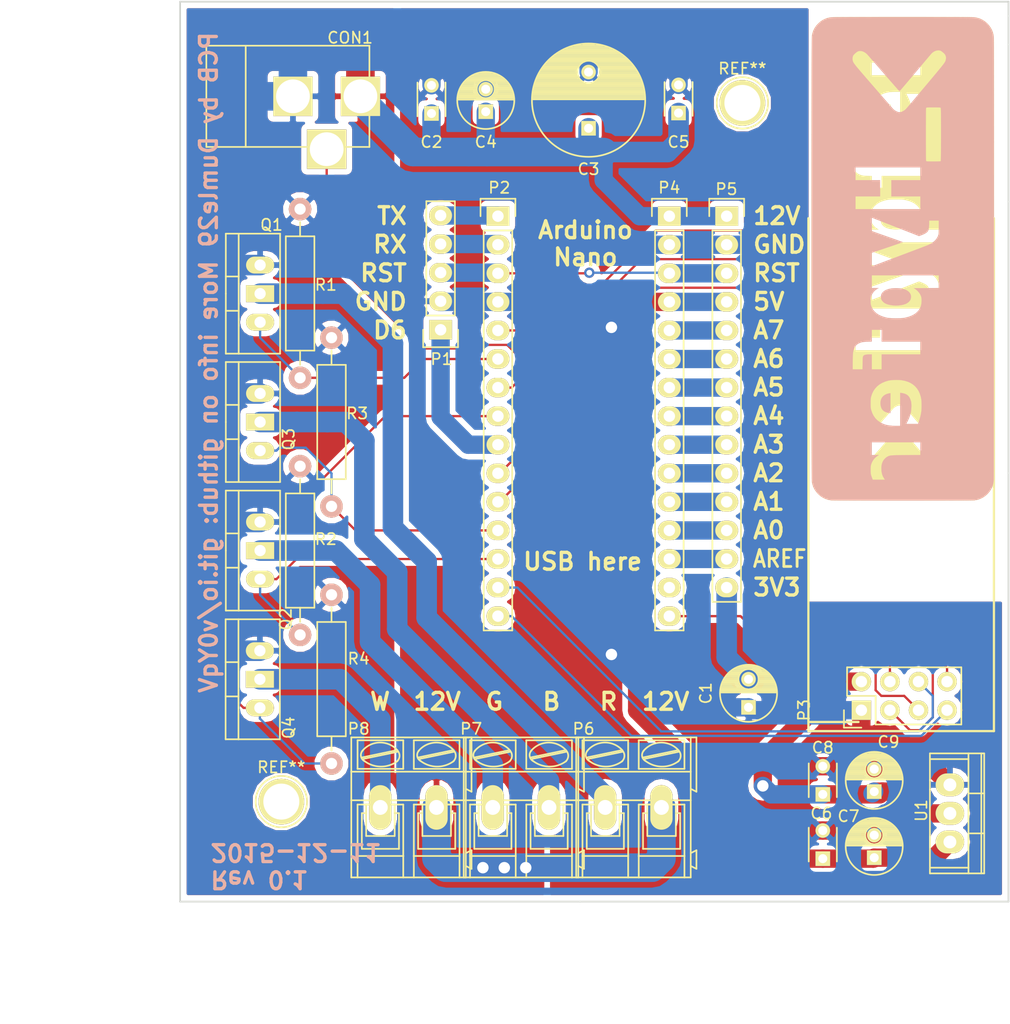
<source format=kicad_pcb>
(kicad_pcb (version 4) (host pcbnew 4.0.0-2.201512091501+6195~38~ubuntu15.04.1-stable)
  (title_block (title "RGB+W 12V LED strip controller") (date 2015-12-11) (rev 0.1) (comment 1 "PCB by Dumle29") (comment 2 "Circuit by Hypfer"))
  (layers (0 F.Cu signal) (31 B.Cu signal) (34 B.Paste user) (35 F.Paste user) (36 B.SilkS user) (37 F.SilkS user) (38 B.Mask user) (39 F.Mask user) (44 Edge.Cuts user))
  (net 0 "")
  (net 1 GND)
  (net 2 +3V3)
  (net 3 +12V)
  (net 4 JACK_SW)
  (net 5 /D6)
  (net 6 /RESET)
  (net 7 /RX)
  (net 8 /TX)
  (net 9 nRF_IRQ)
  (net 10 FET_R)
  (net 11 FET_W)
  (net 12 nRF_CE)
  (net 13 nRF_CSN)
  (net 14 FET_G)
  (net 15 FET_B)
  (net 16 MOSI)
  (net 17 MISO)
  (net 18 SCK)
  (net 19 +5V)
  (net 20 /ADC7)
  (net 21 /ADC6)
  (net 22 /ADC5)
  (net 23 /ADC4)
  (net 24 /ADC3)
  (net 25 /ADC2)
  (net 26 /ADC1)
  (net 27 /ADC0)
  (net 28 /AREF)
  (net 29 LED_R)
  (net 30 LED_B)
  (net 31 LED_G)
  (net 32 LED_W)
  (net 33 "Net-(P4-Pad14)")
  (module Connect:1pin (layer F.Cu) (at 159.22 58.53)
    (fp_text reference REF** (at 0 -3.048) (layer F.SilkS))
    (fp_text value 1pin)
    (pad 1 thru_hole circle (at 0 0) (size 4.064 4.064) (drill 3.2) (layers *.Cu *.Mask F.SilkS))
  )
  (module Pin_Headers:Pin_Header_Straight_2x04 (layer F.Cu) (at 169.799 112.522 90)
    (fp_text reference P3 (at 0 -5.1 90) (layer F.SilkS))
    (fp_text value CONN_02X04)
    (pad 1 thru_hole rect (at 0 0 90) (size 1.7272 1.7272) (drill 1.016) (layers *.Cu *.Mask F.SilkS) (net 1 GND))
    (pad 2 thru_hole oval (at 2.54 0 90) (size 1.7272 1.7272) (drill 1.016) (layers *.Cu *.Mask F.SilkS) (net 2 +3V3))
    (pad 3 thru_hole oval (at 0 2.54 90) (size 1.7272 1.7272) (drill 1.016) (layers *.Cu *.Mask F.SilkS) (net 12 nRF_CE))
    (pad 4 thru_hole oval (at 2.54 2.54 90) (size 1.7272 1.7272) (drill 1.016) (layers *.Cu *.Mask F.SilkS) (net 13 nRF_CSN))
    (pad 5 thru_hole oval (at 0 5.08 90) (size 1.7272 1.7272) (drill 1.016) (layers *.Cu *.Mask F.SilkS) (net 18 SCK))
    (pad 6 thru_hole oval (at 2.54 5.08 90) (size 1.7272 1.7272) (drill 1.016) (layers *.Cu *.Mask F.SilkS) (net 16 MOSI))
    (pad 7 thru_hole oval (at 0 7.62 90) (size 1.7272 1.7272) (drill 1.016) (layers *.Cu *.Mask F.SilkS) (net 17 MISO))
    (pad 8 thru_hole oval (at 2.54 7.62 90) (size 1.7272 1.7272) (drill 1.016) (layers *.Cu *.Mask F.SilkS) (net 9 nRF_IRQ))
  )
  (module Socket_Strips:Socket_Strip_Straight_1x15 (layer F.Cu) (at 137.483 68.6 270)
    (fp_text reference P2 (at -2.528 -0.1215 360) (layer F.SilkS))
    (fp_text value CONN_01X15 hide)
    (pad 1 thru_hole rect (at 0 0 270) (size 1.7272 2.032) (drill 1.016) (layers *.Cu *.Mask F.SilkS) (net 8 /TX))
    (pad 2 thru_hole oval (at 2.54 0 270) (size 1.7272 2.032) (drill 1.016) (layers *.Cu *.Mask F.SilkS) (net 7 /RX))
    (pad 3 thru_hole oval (at 5.08 0 270) (size 1.7272 2.032) (drill 1.016) (layers *.Cu *.Mask F.SilkS) (net 6 /RESET))
    (pad 4 thru_hole oval (at 7.62 0 270) (size 1.7272 2.032) (drill 1.016) (layers *.Cu *.Mask F.SilkS) (net 1 GND))
    (pad 5 thru_hole oval (at 10.16 0 270) (size 1.7272 2.032) (drill 1.016) (layers *.Cu *.Mask F.SilkS) (net 9 nRF_IRQ))
    (pad 6 thru_hole oval (at 12.7 0 270) (size 1.7272 2.032) (drill 1.016) (layers *.Cu *.Mask F.SilkS) (net 10 FET_R))
    (pad 7 thru_hole oval (at 15.24 0 270) (size 1.7272 2.032) (drill 1.016) (layers *.Cu *.Mask F.SilkS) (net 4 JACK_SW))
    (pad 8 thru_hole oval (at 17.78 0 270) (size 1.7272 2.032) (drill 1.016) (layers *.Cu *.Mask F.SilkS) (net 11 FET_W))
    (pad 9 thru_hole oval (at 20.32 0 270) (size 1.7272 2.032) (drill 1.016) (layers *.Cu *.Mask F.SilkS) (net 5 /D6))
    (pad 10 thru_hole oval (at 22.86 0 270) (size 1.7272 2.032) (drill 1.016) (layers *.Cu *.Mask F.SilkS) (net 12 nRF_CE))
    (pad 11 thru_hole oval (at 25.4 0 270) (size 1.7272 2.032) (drill 1.016) (layers *.Cu *.Mask F.SilkS) (net 13 nRF_CSN))
    (pad 12 thru_hole oval (at 27.94 0 270) (size 1.7272 2.032) (drill 1.016) (layers *.Cu *.Mask F.SilkS) (net 15 FET_B))
    (pad 13 thru_hole oval (at 30.48 0 270) (size 1.7272 2.032) (drill 1.016) (layers *.Cu *.Mask F.SilkS) (net 14 FET_G))
    (pad 14 thru_hole oval (at 33.02 0 270) (size 1.7272 2.032) (drill 1.016) (layers *.Cu *.Mask F.SilkS) (net 16 MOSI))
    (pad 15 thru_hole oval (at 35.56 0 270) (size 1.7272 2.032) (drill 1.016) (layers *.Cu *.Mask F.SilkS) (net 17 MISO))
  )
  (module Capacitors_ThroughHole:C_Radial_D5_L11_P2.5 (layer F.Cu) (at 159.766 112.268 90)
    (fp_text reference C1 (at 1.25 -3.8 90) (layer F.SilkS))
    (fp_text value 1uF)
    (pad 1 thru_hole rect (at 0 0 90) (size 1.3 1.3) (drill 0.8) (layers *.Cu *.Mask F.SilkS) (net 1 GND))
    (pad 2 thru_hole circle (at 2.5 0 90) (size 1.3 1.3) (drill 0.8) (layers *.Cu *.Mask F.SilkS) (net 2 +3V3))
  )
  (module Socket_Strips:Socket_Strip_Straight_1x05 (layer F.Cu) (at 132.383 78.7 90)
    (fp_text reference P1 (at -2.612 0.078 180) (layer F.SilkS))
    (fp_text value CONN_01X05 hide)
    (pad 1 thru_hole rect (at 0 0 90) (size 1.7272 2.032) (drill 1.016) (layers *.Cu *.Mask F.SilkS) (net 5 /D6))
    (pad 2 thru_hole oval (at 2.54 0 90) (size 1.7272 2.032) (drill 1.016) (layers *.Cu *.Mask F.SilkS) (net 1 GND))
    (pad 3 thru_hole oval (at 5.08 0 90) (size 1.7272 2.032) (drill 1.016) (layers *.Cu *.Mask F.SilkS) (net 6 /RESET))
    (pad 4 thru_hole oval (at 7.62 0 90) (size 1.7272 2.032) (drill 1.016) (layers *.Cu *.Mask F.SilkS) (net 7 /RX))
    (pad 5 thru_hole oval (at 10.16 0 90) (size 1.7272 2.032) (drill 1.016) (layers *.Cu *.Mask F.SilkS) (net 8 /TX))
  )
  (module Diodes_ThroughHole:Diode_TO-220_Dual_CommonCathode_Vertical (layer F.Cu) (at 116.332 89.44 90)
    (fp_text reference Q3 (at 1.016 2.54 270) (layer F.SilkS))
    (fp_text value Q_NMOS_GDS hide)
    (pad 2 thru_hole rect (at 2.53746 0 180) (size 2.49936 1.50114) (drill 1.00076) (layers *.Cu *.Mask F.SilkS) (net 30 LED_B))
    (pad 1 thru_hole oval (at -0.00254 0 180) (size 2.49936 1.50114) (drill 1.00076) (layers *.Cu *.Mask F.SilkS) (net 15 FET_B))
    (pad 3 thru_hole oval (at 5.07746 0 180) (size 2.49936 1.50114) (drill 1.00076) (layers *.Cu *.Mask F.SilkS) (net 1 GND))
  )
  (module Diodes_ThroughHole:Diode_TO-220_Dual_CommonCathode_Vertical (layer F.Cu) (at 116.312706 112.311778 90)
    (fp_text reference Q4 (at -1.766222 2.559294 270) (layer F.SilkS))
    (fp_text value Q_NMOS_GDS hide)
    (pad 2 thru_hole rect (at 2.53746 0 180) (size 2.49936 1.50114) (drill 1.00076) (layers *.Cu *.Mask F.SilkS) (net 32 LED_W))
    (pad 1 thru_hole oval (at -0.00254 0 180) (size 2.49936 1.50114) (drill 1.00076) (layers *.Cu *.Mask F.SilkS) (net 11 FET_W))
    (pad 3 thru_hole oval (at 5.07746 0 180) (size 2.49936 1.50114) (drill 1.00076) (layers *.Cu *.Mask F.SilkS) (net 1 GND))
  )
  (module Resistors_ThroughHole:Resistor_Horizontal_RM15mm (layer F.Cu) (at 122.682 109.76 90)
    (fp_text reference R4 (at 1.81 2.413 180) (layer F.SilkS))
    (fp_text value 10k)
    (pad 1 thru_hole circle (at -7.5 0 90) (size 1.99898 1.99898) (drill 1.00076) (layers *.Cu *.SilkS *.Mask) (net 11 FET_W))
    (pad 2 thru_hole circle (at 7.5 0 90) (size 1.99898 1.99898) (drill 1.00076) (layers *.Cu *.SilkS *.Mask) (net 1 GND))
  )
  (module Diodes_ThroughHole:Diode_TO-220_Dual_CommonCathode_Vertical (layer F.Cu) (at 116.332 100.86746 90)
    (fp_text reference Q2 (at -3.55854 2.286 90) (layer F.SilkS))
    (fp_text value Q_NMOS_GDS hide)
    (pad 2 thru_hole rect (at 2.53746 0 180) (size 2.49936 1.50114) (drill 1.00076) (layers *.Cu *.Mask F.SilkS) (net 31 LED_G))
    (pad 1 thru_hole oval (at -0.00254 0 180) (size 2.49936 1.50114) (drill 1.00076) (layers *.Cu *.Mask F.SilkS) (net 14 FET_G))
    (pad 3 thru_hole oval (at 5.07746 0 180) (size 2.49936 1.50114) (drill 1.00076) (layers *.Cu *.Mask F.SilkS) (net 1 GND))
  )
  (module Connect:BARREL_JACK (layer F.Cu) (at 119.05234 57.944)
    (fp_text reference CON1 (at 5.28066 -5.207 180) (layer F.SilkS))
    (fp_text value BARREL_JACK)
    (pad 1 thru_hole rect (at 6.20014 0) (size 3.50012 3.50012) (drill 3) (layers *.Cu *.Mask F.SilkS) (net 3 +12V))
    (pad 2 thru_hole rect (at 0.20066 0) (size 3.50012 3.50012) (drill 3) (layers *.Cu *.Mask F.SilkS) (net 1 GND))
    (pad 3 thru_hole rect (at 3.2004 4.699) (size 3.50012 3.50012) (drill 3) (layers *.Cu *.Mask F.SilkS) (net 4 JACK_SW))
  )
  (module Capacitors_ThroughHole:C_Disc_D3_P2.5 (layer F.Cu) (at 131.572 59.468 90)
    (fp_text reference C2 (at -2.54 0 180) (layer F.SilkS))
    (fp_text value 100nF)
    (pad 1 thru_hole rect (at 0 0 90) (size 1.3 1.3) (drill 0.8) (layers *.Cu *.Mask F.SilkS) (net 3 +12V))
    (pad 2 thru_hole circle (at 2.5 0 90) (size 1.3 1.3) (drill 0.8001) (layers *.Cu *.Mask F.SilkS) (net 1 GND))
  )
  (module Capacitors_ThroughHole:C_Radial_D10_L20_P5 (layer F.Cu) (at 145.542 60.785 90)
    (fp_text reference C3 (at -3.636 0 180) (layer F.SilkS))
    (fp_text value 1000uF)
    (pad 1 thru_hole rect (at 0 0 90) (size 1.3 1.3) (drill 0.8) (layers *.Cu *.Mask F.SilkS) (net 3 +12V))
    (pad 2 thru_hole circle (at 5 0 90) (size 1.3 1.3) (drill 0.8) (layers *.Cu *.Mask F.SilkS) (net 1 GND))
  )
  (module Capacitors_ThroughHole:C_Radial_D5_L11_P2 (layer F.Cu) (at 136.398 59.309 90)
    (fp_text reference C4 (at -2.699 0 180) (layer F.SilkS))
    (fp_text value 47uF)
    (pad 1 thru_hole rect (at 0 0 90) (size 1.3 1.3) (drill 0.8) (layers *.Cu *.Mask F.SilkS) (net 3 +12V))
    (pad 2 thru_hole circle (at 2 0 90) (size 1.3 1.3) (drill 0.8) (layers *.Cu *.Mask F.SilkS) (net 1 GND))
  )
  (module Capacitors_ThroughHole:C_Disc_D3_P2.5 (layer F.Cu) (at 153.543 59.428 90)
    (fp_text reference C5 (at -2.58 0 180) (layer F.SilkS))
    (fp_text value 100nF)
    (pad 1 thru_hole rect (at 0 0 90) (size 1.3 1.3) (drill 0.8) (layers *.Cu *.Mask F.SilkS) (net 3 +12V))
    (pad 2 thru_hole circle (at 2.5 0 90) (size 1.3 1.3) (drill 0.8001) (layers *.Cu *.Mask F.SilkS) (net 1 GND))
  )
  (module Socket_Strips:Socket_Strip_Straight_1x15 (layer F.Cu) (at 152.723 68.6 270)
    (fp_text reference P4 (at -2.528 0.0055 360) (layer F.SilkS))
    (fp_text value CONN_01X15 hide)
    (pad 1 thru_hole rect (at 0 0 270) (size 1.7272 2.032) (drill 1.016) (layers *.Cu *.Mask F.SilkS) (net 3 +12V))
    (pad 2 thru_hole oval (at 2.54 0 270) (size 1.7272 2.032) (drill 1.016) (layers *.Cu *.Mask F.SilkS) (net 1 GND))
    (pad 3 thru_hole oval (at 5.08 0 270) (size 1.7272 2.032) (drill 1.016) (layers *.Cu *.Mask F.SilkS) (net 6 /RESET))
    (pad 4 thru_hole oval (at 7.62 0 270) (size 1.7272 2.032) (drill 1.016) (layers *.Cu *.Mask F.SilkS) (net 19 +5V))
    (pad 5 thru_hole oval (at 10.16 0 270) (size 1.7272 2.032) (drill 1.016) (layers *.Cu *.Mask F.SilkS) (net 20 /ADC7))
    (pad 6 thru_hole oval (at 12.7 0 270) (size 1.7272 2.032) (drill 1.016) (layers *.Cu *.Mask F.SilkS) (net 21 /ADC6))
    (pad 7 thru_hole oval (at 15.24 0 270) (size 1.7272 2.032) (drill 1.016) (layers *.Cu *.Mask F.SilkS) (net 22 /ADC5))
    (pad 8 thru_hole oval (at 17.78 0 270) (size 1.7272 2.032) (drill 1.016) (layers *.Cu *.Mask F.SilkS) (net 23 /ADC4))
    (pad 9 thru_hole oval (at 20.32 0 270) (size 1.7272 2.032) (drill 1.016) (layers *.Cu *.Mask F.SilkS) (net 24 /ADC3))
    (pad 10 thru_hole oval (at 22.86 0 270) (size 1.7272 2.032) (drill 1.016) (layers *.Cu *.Mask F.SilkS) (net 25 /ADC2))
    (pad 11 thru_hole oval (at 25.4 0 270) (size 1.7272 2.032) (drill 1.016) (layers *.Cu *.Mask F.SilkS) (net 26 /ADC1))
    (pad 12 thru_hole oval (at 27.94 0 270) (size 1.7272 2.032) (drill 1.016) (layers *.Cu *.Mask F.SilkS) (net 27 /ADC0))
    (pad 13 thru_hole oval (at 30.48 0 270) (size 1.7272 2.032) (drill 1.016) (layers *.Cu *.Mask F.SilkS) (net 28 /AREF))
    (pad 14 thru_hole oval (at 33.02 0 270) (size 1.7272 2.032) (drill 1.016) (layers *.Cu *.Mask F.SilkS) (net 33 "Net-(P4-Pad14)"))
    (pad 15 thru_hole oval (at 35.56 0 270) (size 1.7272 2.032) (drill 1.016) (layers *.Cu *.Mask F.SilkS) (net 18 SCK))
  )
  (module Socket_Strips:Socket_Strip_Straight_1x14 (layer F.Cu) (at 157.823 68.6 270)
    (fp_text reference P5 (at -2.401 0.0255 360) (layer F.SilkS))
    (fp_text value CONN_01X14 hide)
    (pad 1 thru_hole rect (at 0 0 270) (size 1.7272 2.032) (drill 1.016) (layers *.Cu *.Mask F.SilkS) (net 3 +12V))
    (pad 2 thru_hole oval (at 2.54 0 270) (size 1.7272 2.032) (drill 1.016) (layers *.Cu *.Mask F.SilkS) (net 1 GND))
    (pad 3 thru_hole oval (at 5.08 0 270) (size 1.7272 2.032) (drill 1.016) (layers *.Cu *.Mask F.SilkS) (net 6 /RESET))
    (pad 4 thru_hole oval (at 7.62 0 270) (size 1.7272 2.032) (drill 1.016) (layers *.Cu *.Mask F.SilkS) (net 19 +5V))
    (pad 5 thru_hole oval (at 10.16 0 270) (size 1.7272 2.032) (drill 1.016) (layers *.Cu *.Mask F.SilkS) (net 20 /ADC7))
    (pad 6 thru_hole oval (at 12.7 0 270) (size 1.7272 2.032) (drill 1.016) (layers *.Cu *.Mask F.SilkS) (net 21 /ADC6))
    (pad 7 thru_hole oval (at 15.24 0 270) (size 1.7272 2.032) (drill 1.016) (layers *.Cu *.Mask F.SilkS) (net 22 /ADC5))
    (pad 8 thru_hole oval (at 17.78 0 270) (size 1.7272 2.032) (drill 1.016) (layers *.Cu *.Mask F.SilkS) (net 23 /ADC4))
    (pad 9 thru_hole oval (at 20.32 0 270) (size 1.7272 2.032) (drill 1.016) (layers *.Cu *.Mask F.SilkS) (net 24 /ADC3))
    (pad 10 thru_hole oval (at 22.86 0 270) (size 1.7272 2.032) (drill 1.016) (layers *.Cu *.Mask F.SilkS) (net 25 /ADC2))
    (pad 11 thru_hole oval (at 25.4 0 270) (size 1.7272 2.032) (drill 1.016) (layers *.Cu *.Mask F.SilkS) (net 26 /ADC1))
    (pad 12 thru_hole oval (at 27.94 0 270) (size 1.7272 2.032) (drill 1.016) (layers *.Cu *.Mask F.SilkS) (net 27 /ADC0))
    (pad 13 thru_hole oval (at 30.48 0 270) (size 1.7272 2.032) (drill 1.016) (layers *.Cu *.Mask F.SilkS) (net 28 /AREF))
    (pad 14 thru_hole oval (at 33.02 0 270) (size 1.7272 2.032) (drill 1.016) (layers *.Cu *.Mask F.SilkS) (net 2 +3V3))
  )
  (module Connect:AK300-2 (layer F.Cu) (at 147.02 121.166)
    (fp_text reference P6 (at -1.92 -6.985) (layer F.SilkS))
    (fp_text value CONN_01X02 hide)
    (pad 1 thru_hole oval (at 0 0) (size 1.9812 3.9624) (drill 1.3208) (layers *.Cu F.Paste F.SilkS F.Mask) (net 29 LED_R))
    (pad 2 thru_hole oval (at 5 0) (size 1.9812 3.9624) (drill 1.3208) (layers *.Cu F.Paste F.SilkS F.Mask) (net 3 +12V))
  )
  (module Connect:AK300-2 (layer F.Cu) (at 137.02 121.166)
    (fp_text reference P7 (at -1.92 -6.985) (layer F.SilkS))
    (fp_text value CONN_01X02 hide)
    (pad 1 thru_hole oval (at 0 0) (size 1.9812 3.9624) (drill 1.3208) (layers *.Cu F.Paste F.SilkS F.Mask) (net 31 LED_G))
    (pad 2 thru_hole oval (at 5 0) (size 1.9812 3.9624) (drill 1.3208) (layers *.Cu F.Paste F.SilkS F.Mask) (net 30 LED_B))
  )
  (module Connect:AK300-2 (layer F.Cu) (at 127.02 121.166)
    (fp_text reference P8 (at -1.92 -6.985) (layer F.SilkS))
    (fp_text value CONN_01X02 hide)
    (pad 1 thru_hole oval (at 0 0) (size 1.9812 3.9624) (drill 1.3208) (layers *.Cu F.Paste F.SilkS F.Mask) (net 32 LED_W))
    (pad 2 thru_hole oval (at 5 0) (size 1.9812 3.9624) (drill 1.3208) (layers *.Cu F.Paste F.SilkS F.Mask) (net 3 +12V))
  )
  (module Diodes_ThroughHole:Diode_TO-220_Dual_CommonCathode_Vertical (layer F.Cu) (at 116.332 78.02524 90)
    (fp_text reference Q1 (at 8.65124 1.016 180) (layer F.SilkS))
    (fp_text value Q_NMOS_GDS hide)
    (pad 2 thru_hole rect (at 2.53746 0 180) (size 2.49936 1.50114) (drill 1.00076) (layers *.Cu *.Mask F.SilkS) (net 29 LED_R))
    (pad 1 thru_hole oval (at -0.00254 0 180) (size 2.49936 1.50114) (drill 1.00076) (layers *.Cu *.Mask F.SilkS) (net 10 FET_R))
    (pad 3 thru_hole oval (at 5.07746 0 180) (size 2.49936 1.50114) (drill 1.00076) (layers *.Cu *.Mask F.SilkS) (net 1 GND))
  )
  (module Resistors_ThroughHole:Resistor_Horizontal_RM15mm (layer F.Cu) (at 119.888 75.47 90)
    (fp_text reference R1 (at 0.762 2.286 180) (layer F.SilkS))
    (fp_text value 10k)
    (pad 1 thru_hole circle (at -7.5 0 90) (size 1.99898 1.99898) (drill 1.00076) (layers *.Cu *.SilkS *.Mask) (net 10 FET_R))
    (pad 2 thru_hole circle (at 7.5 0 90) (size 1.99898 1.99898) (drill 1.00076) (layers *.Cu *.SilkS *.Mask) (net 1 GND))
  )
  (module Resistors_ThroughHole:Resistor_Horizontal_RM15mm (layer F.Cu) (at 119.888 98.33 90)
    (fp_text reference R2 (at 1.016 2.286 180) (layer F.SilkS))
    (fp_text value 10k)
    (pad 1 thru_hole circle (at -7.5 0 90) (size 1.99898 1.99898) (drill 1.00076) (layers *.Cu *.SilkS *.Mask) (net 14 FET_G))
    (pad 2 thru_hole circle (at 7.5 0 90) (size 1.99898 1.99898) (drill 1.00076) (layers *.Cu *.SilkS *.Mask) (net 1 GND))
  )
  (module Resistors_ThroughHole:Resistor_Horizontal_RM15mm (layer F.Cu) (at 122.682 86.9 90)
    (fp_text reference R3 (at 0.762 2.286 180) (layer F.SilkS))
    (fp_text value 10k)
    (pad 1 thru_hole circle (at -7.5 0 90) (size 1.99898 1.99898) (drill 1.00076) (layers *.Cu *.SilkS *.Mask) (net 15 FET_B))
    (pad 2 thru_hole circle (at 7.5 0 90) (size 1.99898 1.99898) (drill 1.00076) (layers *.Cu *.SilkS *.Mask) (net 1 GND))
  )
  (module Capacitors_ThroughHole:C_Disc_D3_P2.5 (layer F.Cu) (at 166.37 125.722 90)
    (fp_text reference C6 (at 4.024 -0.127 180) (layer F.SilkS))
    (fp_text value 100nF)
    (pad 1 thru_hole rect (at 0 0 90) (size 1.3 1.3) (drill 0.8) (layers *.Cu *.Mask F.SilkS) (net 19 +5V))
    (pad 2 thru_hole circle (at 2.5 0 90) (size 1.3 1.3) (drill 0.8001) (layers *.Cu *.Mask F.SilkS) (net 1 GND))
  )
  (module Capacitors_ThroughHole:C_Radial_D5_L11_P2 (layer F.Cu) (at 170.942 125.635 90)
    (fp_text reference C7 (at 3.683 -2.286 360) (layer F.SilkS))
    (fp_text value 47uF)
    (pad 1 thru_hole rect (at 0 0 90) (size 1.3 1.3) (drill 0.8) (layers *.Cu *.Mask F.SilkS) (net 19 +5V))
    (pad 2 thru_hole circle (at 2 0 90) (size 1.3 1.3) (drill 0.8) (layers *.Cu *.Mask F.SilkS) (net 1 GND))
  )
  (module Capacitors_ThroughHole:C_Disc_D3_P2.5 (layer F.Cu) (at 166.37 120.007 90)
    (fp_text reference C8 (at 4.151 0 180) (layer F.SilkS))
    (fp_text value 100nF)
    (pad 1 thru_hole rect (at 0 0 90) (size 1.3 1.3) (drill 0.8) (layers *.Cu *.Mask F.SilkS) (net 2 +3V3))
    (pad 2 thru_hole circle (at 2.5 0 90) (size 1.3 1.3) (drill 0.8001) (layers *.Cu *.Mask F.SilkS) (net 1 GND))
  )
  (module Capacitors_ThroughHole:C_Radial_D5_L11_P2 (layer F.Cu) (at 170.942 119.761 90)
    (fp_text reference C9 (at 4.413 1.27 180) (layer F.SilkS))
    (fp_text value 47uF)
    (pad 1 thru_hole rect (at 0 0 90) (size 1.3 1.3) (drill 0.8) (layers *.Cu *.Mask F.SilkS) (net 2 +3V3))
    (pad 2 thru_hole circle (at 2 0 90) (size 1.3 1.3) (drill 0.8) (layers *.Cu *.Mask F.SilkS) (net 1 GND))
  )
  (module Power_Integrations:TO-220 (layer F.Cu) (at 177.673 121.698 270)
    (fp_text reference U1 (at -0.254 2.54 270) (layer F.SilkS))
    (fp_text value AP1117)
    (pad 2 thru_hole oval (at 0 0 270) (size 2.032 2.54) (drill 1.143) (layers *.Cu *.Mask F.SilkS) (net 2 +3V3))
    (pad 3 thru_hole oval (at 2.54 0 270) (size 2.032 2.54) (drill 1.143) (layers *.Cu *.Mask F.SilkS) (net 19 +5V))
    (pad 1 thru_hole oval (at -2.54 0 270) (size 2.032 2.54) (drill 1.143) (layers *.Cu *.Mask F.SilkS) (net 1 GND))
  )
  (module Hypfer_logo-back:Hypfer_logo-back (layer F.Cu) (at 173.482 72.39 90)
    (fp_text reference G*** hide)
    (fp_text value Hypfer_logo-back_B.SilkS_1prop_flipped hide)
  )
  (module Hypfer_logo:Hypfer_logo (layer B.Cu) (at 173.482 72.39 270)
    (fp_text reference G*** hide)
    (fp_text value LOGO hide)
  )
  (module Connect:1pin (layer F.Cu) (at 118.22 120.65)
    (fp_text reference REF** (at 0 -3.048) (layer F.SilkS))
    (fp_text value 1pin)
    (pad 1 thru_hole circle (at 0 0) (size 4.064 4.064) (drill 3.2) (layers *.Cu *.Mask F.SilkS))
  )
  (gr_text "Rev 0.1\n2015-12-11" (at 111.76 126.365 180) (layer B.SilkS) (effects (font (size 1.5 1.5) (thickness 0.3)) (justify left mirror)))
  (gr_text "PCB by Dumle29\n" (at 111.76 52.07 90) (layer B.SilkS) (effects (font (size 1.5 1.5) (thickness 0.3)) (justify left mirror)))
  (gr_text "More info on github: git.io/v0YqV" (at 111.76 72.39 90) (layer B.SilkS) (effects (font (size 1.5 1.5) (thickness 0.3)) (justify left mirror)))
  (gr_line (start 182.88 49.53) (end 109.22 49.53) (layer Edge.Cuts) (width 0.15))
  (gr_line (start 182.88 50.8) (end 182.88 49.53) (layer Edge.Cuts) (width 0.15))
  (gr_line (start 182.88 53.34) (end 182.88 50.8) (layer Edge.Cuts) (width 0.15))
  (gr_line (start 182.88 67.31) (end 182.88 53.34) (layer Edge.Cuts) (width 0.15))
  (gr_line (start 182.88 91.44) (end 182.88 67.31) (layer Edge.Cuts) (width 0.15))
  (gr_line (start 182.88 129.54) (end 182.88 91.44) (layer Edge.Cuts) (width 0.15))
  (gr_line (start 144.78 129.54) (end 182.88 129.54) (layer Edge.Cuts) (width 0.15))
  (gr_line (start 109.22 129.54) (end 144.78 129.54) (layer Edge.Cuts) (width 0.15))
  (gr_line (start 109.22 49.53) (end 109.22 129.54) (layer Edge.Cuts) (width 0.15))
  (gr_text 3V3 (at 160.02 101.6) (layer F.SilkS) (effects (font (size 1.5 1.5) (thickness 0.3)) (justify left)))
  (gr_text 12V (at 152.4 111.76) (layer F.SilkS) (effects (font (size 1.5 1.5) (thickness 0.3))))
  (gr_text R (at 147.32 111.76) (layer F.SilkS) (effects (font (size 1.5 1.5) (thickness 0.3))))
  (gr_text B (at 142.24 111.76) (layer F.SilkS) (effects (font (size 1.5 1.5) (thickness 0.3))))
  (gr_text G (at 137.16 111.76) (layer F.SilkS) (effects (font (size 1.5 1.5) (thickness 0.3))))
  (gr_text 12V (at 132.08 111.76) (layer F.SilkS) (effects (font (size 1.5 1.5) (thickness 0.3))))
  (gr_text W (at 127 111.76) (layer F.SilkS) (effects (font (size 1.5 1.5) (thickness 0.3))))
  (gr_text D6 (at 129.54 78.74) (layer F.SilkS) (effects (font (size 1.5 1.5) (thickness 0.3)) (justify right)))
  (gr_text GND (at 129.54 76.2) (layer F.SilkS) (effects (font (size 1.5 1.5) (thickness 0.3)) (justify right)))
  (gr_text RST (at 129.54 73.66) (layer F.SilkS) (effects (font (size 1.5 1.5) (thickness 0.3)) (justify right)))
  (gr_text RX (at 129.54 71.12) (layer F.SilkS) (effects (font (size 1.5 1.5) (thickness 0.3)) (justify right)))
  (gr_text TX (at 129.54 68.58) (layer F.SilkS) (effects (font (size 1.5 1.5) (thickness 0.3)) (justify right)))
  (gr_text AREF (at 160.02 99.06) (layer F.SilkS) (effects (font (size 1.5 1.3) (thickness 0.25)) (justify left)))
  (gr_text A0 (at 160.02 96.52) (layer F.SilkS) (effects (font (size 1.5 1.5) (thickness 0.3)) (justify left)))
  (gr_text A1 (at 160.02 93.98) (layer F.SilkS) (effects (font (size 1.5 1.5) (thickness 0.3)) (justify left)))
  (gr_text A2 (at 160.02 91.44) (layer F.SilkS) (effects (font (size 1.5 1.5) (thickness 0.3)) (justify left)))
  (gr_text A3 (at 160.02 88.9) (layer F.SilkS) (effects (font (size 1.5 1.5) (thickness 0.3)) (justify left)))
  (gr_text A4 (at 160.02 86.36) (layer F.SilkS) (effects (font (size 1.5 1.5) (thickness 0.3)) (justify left)))
  (gr_text A5 (at 160.02 83.82) (layer F.SilkS) (effects (font (size 1.5 1.5) (thickness 0.3)) (justify left)))
  (gr_text A6 (at 160.02 81.28) (layer F.SilkS) (effects (font (size 1.5 1.5) (thickness 0.3)) (justify left)))
  (gr_text A7 (at 160.02 78.74) (layer F.SilkS) (effects (font (size 1.5 1.5) (thickness 0.3)) (justify left)))
  (gr_text 5V (at 160.02 76.2) (layer F.SilkS) (effects (font (size 1.5 1.5) (thickness 0.3)) (justify left)))
  (gr_text RST (at 160.02 73.66) (layer F.SilkS) (effects (font (size 1.5 1.5) (thickness 0.3)) (justify left)))
  (gr_text "GND\n" (at 160.02 71.12) (layer F.SilkS) (effects (font (size 1.5 1.5) (thickness 0.3)) (justify left)))
  (gr_text 12V (at 160.02 68.58) (layer F.SilkS) (effects (font (size 1.5 1.5) (thickness 0.3)) (justify left)))
  (gr_text "USB here" (at 145.013 99.31) (layer F.SilkS) (effects (font (size 1.5 1.5) (thickness 0.3))))
  (gr_line (start 169.543 113.57) (end 165.123 113.57) (layer F.SilkS) (width 0.2))
  (gr_line (start 165.088 68.78) (end 165.088 114.38) (layer F.SilkS) (width 0.2))
  (gr_line (start 165.088 114.38) (end 181.588 114.38) (layer F.SilkS) (width 0.2))
  (gr_line (start 181.588 68.78) (end 181.588 114.38) (layer F.SilkS) (width 0.2))
  (gr_text "Arduino\nNano\n" (at 145.263 71.04) (layer F.SilkS) (effects (font (size 1.5 1.5) (thickness 0.3))))
  (segment (start 163.195 55.245) (end 160.814 52.864) (width 1.6256) (layer B.Cu) (net 1))
  (segment (start 160.814 52.864) (end 151.892 52.864) (width 1.6256) (layer B.Cu) (net 1))
  (segment (start 163.195 68.4096) (end 163.195 55.245) (width 1.6256) (layer B.Cu) (net 1))
  (segment (start 169.799 112.522) (end 160.02 112.522) (width 1.6256) (layer B.Cu) (net 1))
  (segment (start 169.799 112.522) (end 169.799 116.618) (width 1.6256) (layer F.Cu) (net 1))
  (segment (start 147.574 107.569) (end 152.273 112.268) (width 1.6256) (layer B.Cu) (net 1))
  (segment (start 152.273 112.268) (end 159.766 112.268) (width 1.6256) (layer B.Cu) (net 1))
  (segment (start 147.574 79.491788) (end 147.574 107.569) (width 1.6256) (layer F.Cu) (net 1))
  (via (at 147.574 107.569) (size 1.4224) (drill 1.016) (layers F.Cu B.Cu) (net 1))
  (segment (start 147.574 78.486) (end 147.574 79.491788) (width 1.6256) (layer F.Cu) (net 1))
  (segment (start 140.1246 76.22) (end 145.308 76.22) (width 1.6256) (layer B.Cu) (net 1))
  (segment (start 145.308 76.22) (end 147.574 78.486) (width 1.6256) (layer B.Cu) (net 1))
  (via (at 147.574 78.486) (size 1.4224) (drill 1.016) (layers F.Cu B.Cu) (net 1))
  (segment (start 163.195 68.4096) (end 160.4646 71.14) (width 1.6256) (layer B.Cu) (net 1))
  (segment (start 160.02 112.522) (end 159.766 112.268) (width 1.6256) (layer B.Cu) (net 1))
  (segment (start 169.799 116.618) (end 170.942 117.761) (width 1.6256) (layer F.Cu) (net 1))
  (segment (start 172.466 117.761) (end 170.942 117.761) (width 1.6256) (layer F.Cu) (net 1))
  (segment (start 140.1246 76.22) (end 137.483 76.22) (width 1.6256) (layer B.Cu) (net 1))
  (segment (start 152.723 71.14) (end 145.2046 71.14) (width 1.6256) (layer B.Cu) (net 1))
  (segment (start 145.2046 71.14) (end 140.1246 76.22) (width 1.6256) (layer B.Cu) (net 1))
  (segment (start 137.423 76.16) (end 137.483 76.22) (width 1.6256) (layer F.Cu) (net 1))
  (segment (start 152.723 71.14) (end 157.823 71.14) (width 1.6256) (layer B.Cu) (net 1))
  (segment (start 157.823 71.14) (end 160.4646 71.14) (width 1.6256) (layer B.Cu) (net 1))
  (segment (start 137.483 76.22) (end 132.443 76.22) (width 1.6256) (layer B.Cu) (net 1))
  (segment (start 132.443 76.22) (end 132.383 76.16) (width 1.6256) (layer B.Cu) (net 1))
  (segment (start 160.4646 71.14) (end 160.4766 71.152) (width 1.6256) (layer B.Cu) (net 1))
  (segment (start 166.37 123.222) (end 170.529 123.222) (width 1.6256) (layer F.Cu) (net 1))
  (segment (start 170.529 123.222) (end 170.942 123.635) (width 1.6256) (layer F.Cu) (net 1))
  (segment (start 164.592 123.222) (end 166.37 123.222) (width 1.6256) (layer F.Cu) (net 1))
  (segment (start 163.703 122.333) (end 164.592 123.222) (width 1.6256) (layer F.Cu) (net 1))
  (segment (start 165.450762 117.507) (end 163.703 119.254762) (width 1.6256) (layer F.Cu) (net 1))
  (segment (start 163.703 119.254762) (end 163.703 122.333) (width 1.6256) (layer F.Cu) (net 1))
  (segment (start 166.37 117.507) (end 165.450762 117.507) (width 1.6256) (layer F.Cu) (net 1))
  (segment (start 166.37 117.507) (end 170.688 117.507) (width 1.6256) (layer F.Cu) (net 1))
  (segment (start 170.688 117.507) (end 170.942 117.761) (width 1.6256) (layer F.Cu) (net 1))
  (segment (start 172.466 117.761) (end 176.276 117.761) (width 1.6256) (layer F.Cu) (net 1))
  (segment (start 176.276 117.761) (end 177.673 119.158) (width 1.6256) (layer F.Cu) (net 1))
  (segment (start 153.543 56.928) (end 153.543 54.515) (width 1.6256) (layer B.Cu) (net 1))
  (segment (start 153.543 54.515) (end 151.892 52.864) (width 1.6256) (layer B.Cu) (net 1))
  (segment (start 151.892 52.864) (end 150.398238 52.864) (width 1.6256) (layer B.Cu) (net 1))
  (segment (start 148.209 52.864) (end 151.892 52.864) (width 2.54) (layer B.Cu) (net 1))
  (segment (start 145.415 52.864) (end 148.209 52.864) (width 2.54) (layer B.Cu) (net 1))
  (segment (start 136.398 52.864) (end 145.415 52.864) (width 2.54) (layer B.Cu) (net 1))
  (segment (start 145.542 55.785) (end 145.542 52.991) (width 1.6256) (layer B.Cu) (net 1))
  (segment (start 145.542 52.991) (end 145.415 52.864) (width 1.6256) (layer B.Cu) (net 1))
  (segment (start 131.064 52.864) (end 136.398 52.864) (width 2.54) (layer B.Cu) (net 1))
  (segment (start 136.398 57.309) (end 136.398 56.389762) (width 1.6256) (layer B.Cu) (net 1))
  (segment (start 136.398 56.389762) (end 136.398 52.864) (width 1.6256) (layer B.Cu) (net 1))
  (segment (start 120.04294 52.864) (end 131.064 52.864) (width 2.54) (layer B.Cu) (net 1))
  (segment (start 131.572 56.968) (end 131.572 53.372) (width 1.6256) (layer B.Cu) (net 1))
  (segment (start 131.572 53.372) (end 131.064 52.864) (width 1.6256) (layer B.Cu) (net 1))
  (segment (start 119.253 57.944) (end 119.253 53.65394) (width 2.54) (layer B.Cu) (net 1))
  (segment (start 119.253 53.65394) (end 120.04294 52.864) (width 2.54) (layer B.Cu) (net 1))
  (segment (start 111.76 61.14694) (end 111.76 72.93) (width 2.54) (layer B.Cu) (net 1))
  (segment (start 111.76 72.93) (end 111.76 84.36) (width 2.54) (layer B.Cu) (net 1))
  (segment (start 116.332 72.94778) (end 113.25352 72.94778) (width 1.8288) (layer B.Cu) (net 1))
  (segment (start 113.25352 72.94778) (end 113.23574 72.93) (width 1.8288) (layer B.Cu) (net 1))
  (segment (start 113.23574 72.93) (end 111.76 72.93) (width 1.8288) (layer B.Cu) (net 1))
  (segment (start 111.76 84.36) (end 111.76 95.79) (width 2.54) (layer B.Cu) (net 1))
  (segment (start 116.332 84.36254) (end 113.25352 84.36254) (width 1.8288) (layer B.Cu) (net 1))
  (segment (start 113.25352 84.36254) (end 113.25098 84.36) (width 1.8288) (layer B.Cu) (net 1))
  (segment (start 113.25098 84.36) (end 111.76 84.36) (width 1.8288) (layer B.Cu) (net 1))
  (segment (start 116.332 95.79) (end 113.25352 95.79) (width 1.8288) (layer B.Cu) (net 1))
  (segment (start 113.25352 95.79) (end 111.76 95.79) (width 1.8288) (layer B.Cu) (net 1))
  (segment (start 116.312706 107.234318) (end 113.234226 107.234318) (width 1.8288) (layer B.Cu) (net 1))
  (segment (start 111.76 105.760092) (end 111.76 95.79) (width 1.8288) (layer B.Cu) (net 1))
  (segment (start 113.234226 107.234318) (end 111.76 105.760092) (width 1.8288) (layer B.Cu) (net 1))
  (segment (start 119.253 57.944) (end 114.96294 57.944) (width 2.54) (layer B.Cu) (net 1))
  (segment (start 114.96294 57.944) (end 111.76 61.14694) (width 2.54) (layer B.Cu) (net 1))
  (segment (start 121.666 106.458) (end 121.666 103.276) (width 0.2032) (layer B.Cu) (net 1))
  (segment (start 121.666 103.276) (end 122.682 102.26) (width 0.2032) (layer B.Cu) (net 1))
  (segment (start 120.65 107.474) (end 121.666 106.458) (width 0.2032) (layer B.Cu) (net 1))
  (segment (start 118.005268 107.474) (end 120.65 107.474) (width 0.2032) (layer B.Cu) (net 1))
  (segment (start 116.312706 107.234318) (end 117.765586 107.234318) (width 0.2032) (layer B.Cu) (net 1))
  (segment (start 117.765586 107.234318) (end 118.005268 107.474) (width 0.2032) (layer B.Cu) (net 1))
  (segment (start 116.332 95.79) (end 116.332 94.386) (width 0.2032) (layer B.Cu) (net 1))
  (segment (start 116.332 94.386) (end 119.888 90.83) (width 0.2032) (layer B.Cu) (net 1))
  (segment (start 121.412 83.852) (end 121.412 80.67) (width 0.2032) (layer B.Cu) (net 1))
  (segment (start 121.412 80.67) (end 122.682 79.4) (width 0.2032) (layer B.Cu) (net 1))
  (segment (start 120.65 84.614) (end 121.412 83.852) (width 0.2032) (layer B.Cu) (net 1))
  (segment (start 118.03634 84.614) (end 120.65 84.614) (width 0.2032) (layer B.Cu) (net 1))
  (segment (start 116.332 84.36254) (end 117.78488 84.36254) (width 0.2032) (layer B.Cu) (net 1))
  (segment (start 117.78488 84.36254) (end 118.03634 84.614) (width 0.2032) (layer B.Cu) (net 1))
  (segment (start 116.332 72.94778) (end 116.332 71.526) (width 0.2032) (layer B.Cu) (net 1))
  (segment (start 116.332 71.526) (end 119.888 67.97) (width 0.2032) (layer B.Cu) (net 1))
  (segment (start 169.799 109.982) (end 164.973 109.982) (width 1.6256) (layer F.Cu) (net 2))
  (segment (start 164.973 109.982) (end 159.98 109.982) (width 1.6256) (layer F.Cu) (net 2))
  (segment (start 161.036 119.253) (end 161.036 116.967) (width 1.6256) (layer F.Cu) (net 2))
  (segment (start 161.036 116.967) (end 164.973 113.03) (width 1.6256) (layer F.Cu) (net 2))
  (segment (start 164.973 113.03) (end 164.973 109.982) (width 1.6256) (layer F.Cu) (net 2))
  (segment (start 164.0944 120.007) (end 161.79 120.007) (width 1.6256) (layer B.Cu) (net 2))
  (segment (start 161.79 120.007) (end 161.036 119.253) (width 1.6256) (layer B.Cu) (net 2))
  (via (at 161.036 119.253) (size 1.4224) (drill 1.016) (layers F.Cu B.Cu) (net 2))
  (segment (start 166.37 120.007) (end 164.0944 120.007) (width 1.6256) (layer B.Cu) (net 2))
  (segment (start 164.0944 120.007) (end 164.0864 120.015) (width 1.6256) (layer B.Cu) (net 2))
  (segment (start 157.823 101.62) (end 157.823 107.825) (width 1.8288) (layer B.Cu) (net 2))
  (segment (start 157.823 107.825) (end 159.766 109.768) (width 1.8288) (layer B.Cu) (net 2))
  (segment (start 159.98 109.982) (end 159.766 109.768) (width 1.6256) (layer F.Cu) (net 2))
  (segment (start 177.673 121.698) (end 175.133 121.698) (width 1.6256) (layer F.Cu) (net 2))
  (segment (start 175.133 121.698) (end 173.196 119.761) (width 1.6256) (layer F.Cu) (net 2))
  (segment (start 173.196 119.761) (end 171.672 119.761) (width 1.6256) (layer F.Cu) (net 2))
  (segment (start 170.783 119.92) (end 170.942 119.761) (width 1.6256) (layer B.Cu) (net 2))
  (segment (start 166.37 120.007) (end 171.426 120.007) (width 1.6256) (layer F.Cu) (net 2))
  (segment (start 171.426 120.007) (end 171.672 119.761) (width 1.6256) (layer F.Cu) (net 2))
  (segment (start 170.942 119.761) (end 171.672 119.761) (width 1.6256) (layer F.Cu) (net 2))
  (segment (start 125.25248 57.944) (end 125.25248 54.57088) (width 2.54) (layer F.Cu) (net 3))
  (segment (start 113.7412 53.8292) (end 111.76 55.8104) (width 2.54) (layer F.Cu) (net 3))
  (segment (start 125.25248 54.57088) (end 124.5108 53.8292) (width 2.54) (layer F.Cu) (net 3))
  (segment (start 116.11 126.524) (end 120.8024 126.524) (width 2.54) (layer F.Cu) (net 3))
  (segment (start 124.5108 53.8292) (end 113.7412 53.8292) (width 2.54) (layer F.Cu) (net 3))
  (segment (start 111.76 55.8104) (end 111.76 122.174) (width 2.54) (layer F.Cu) (net 3))
  (segment (start 111.76 122.174) (end 116.11 126.524) (width 2.54) (layer F.Cu) (net 3))
  (segment (start 120.8024 126.524) (end 136.144 126.524) (width 2.54) (layer F.Cu) (net 3))
  (segment (start 152.723 68.6) (end 157.823 68.6) (width 1.6256) (layer B.Cu) (net 3))
  (segment (start 152.723 68.6) (end 150.0814 68.6) (width 1.6256) (layer B.Cu) (net 3))
  (segment (start 150.0814 68.6) (end 146.884 65.4026) (width 1.6256) (layer B.Cu) (net 3))
  (segment (start 146.884 65.4026) (end 146.884 62.897) (width 1.6256) (layer B.Cu) (net 3))
  (segment (start 125.25248 58.22848) (end 129.921 62.897) (width 2.54) (layer B.Cu) (net 3))
  (segment (start 139.954 126.524) (end 136.144 126.524) (width 2.54) (layer F.Cu) (net 3))
  (segment (start 139.954 126.524) (end 136.017 126.524) (width 2.54) (layer B.Cu) (net 3))
  (segment (start 139.954 126.524) (end 151.1832 126.524) (width 2.54) (layer B.Cu) (net 3))
  (segment (start 138.049 126.524) (end 139.954 126.524) (width 2.54) (layer B.Cu) (net 3))
  (via (at 139.954 126.524) (size 1.4224) (drill 1.016) (layers F.Cu B.Cu) (net 3))
  (segment (start 136.017 126.524) (end 138.049 126.524) (width 2.54) (layer B.Cu) (net 3))
  (via (at 138.049 126.524) (size 1.4224) (drill 1.016) (layers F.Cu B.Cu) (net 3))
  (via (at 136.144 126.524) (size 1.4224) (drill 1.016) (layers F.Cu B.Cu) (net 3))
  (segment (start 132.8568 126.524) (end 136.017 126.524) (width 2.54) (layer B.Cu) (net 3))
  (segment (start 131.826 62.897) (end 134.874 62.897) (width 2.54) (layer B.Cu) (net 3))
  (segment (start 134.874 62.897) (end 136.525 62.897) (width 2.54) (layer B.Cu) (net 3))
  (segment (start 136.525 62.897) (end 145.034 62.897) (width 2.54) (layer B.Cu) (net 3))
  (segment (start 136.525 62.897) (end 136.398 62.77) (width 1.6256) (layer B.Cu) (net 3))
  (segment (start 136.398 62.77) (end 136.398 59.309) (width 1.6256) (layer B.Cu) (net 3))
  (segment (start 129.921 62.897) (end 131.826 62.897) (width 2.54) (layer B.Cu) (net 3))
  (segment (start 131.572 59.468) (end 131.572 62.643) (width 1.6256) (layer B.Cu) (net 3))
  (segment (start 131.572 62.643) (end 131.826 62.897) (width 1.6256) (layer B.Cu) (net 3))
  (segment (start 145.034 62.897) (end 146.884 62.897) (width 2.54) (layer B.Cu) (net 3))
  (segment (start 145.542 60.785) (end 145.542 62.389) (width 1.8288) (layer B.Cu) (net 3))
  (segment (start 145.542 62.389) (end 145.034 62.897) (width 1.8288) (layer B.Cu) (net 3))
  (segment (start 153.543 59.428) (end 153.543 61.9068) (width 1.8288) (layer B.Cu) (net 3))
  (segment (start 153.543 61.9068) (end 152.5528 62.897) (width 1.8288) (layer B.Cu) (net 3))
  (segment (start 152.5528 62.897) (end 146.884 62.897) (width 1.8288) (layer B.Cu) (net 3))
  (segment (start 125.25248 57.944) (end 125.25248 58.22848) (width 2.54) (layer B.Cu) (net 3))
  (segment (start 132.02 121.166) (end 132.02 125.6872) (width 2.54) (layer B.Cu) (net 3))
  (segment (start 132.02 125.6872) (end 132.8568 126.524) (width 2.54) (layer B.Cu) (net 3))
  (segment (start 151.1832 126.524) (end 152.02 125.6872) (width 2.54) (layer B.Cu) (net 3))
  (segment (start 152.02 125.6872) (end 152.02 121.166) (width 2.54) (layer B.Cu) (net 3))
  (segment (start 137.483 83.84) (end 138.7022 83.84) (width 0.2032) (layer F.Cu) (net 4))
  (segment (start 138.7022 83.84) (end 139.573 82.9692) (width 0.2032) (layer F.Cu) (net 4))
  (segment (start 138.303 80.042) (end 134.5565 80.042) (width 0.2032) (layer F.Cu) (net 4))
  (segment (start 139.573 82.9692) (end 139.573 81.312) (width 0.2032) (layer F.Cu) (net 4))
  (segment (start 139.573 81.312) (end 138.303 80.042) (width 0.2032) (layer F.Cu) (net 4))
  (segment (start 134.5565 80.042) (end 134.239 80.3595) (width 0.2032) (layer F.Cu) (net 4))
  (segment (start 134.239 80.3595) (end 130.683 80.3595) (width 0.2032) (layer F.Cu) (net 4))
  (segment (start 130.683 80.3595) (end 122.25274 71.92924) (width 0.2032) (layer F.Cu) (net 4))
  (segment (start 122.25274 71.92924) (end 122.25274 62.643) (width 0.2032) (layer F.Cu) (net 4))
  (segment (start 132.383 81.1892) (end 132.383 78.7) (width 1.6256) (layer B.Cu) (net 5))
  (segment (start 137.483 88.92) (end 134.8414 88.92) (width 1.6256) (layer B.Cu) (net 5))
  (segment (start 134.8414 88.92) (end 132.383 86.4616) (width 1.6256) (layer B.Cu) (net 5))
  (segment (start 132.383 86.4616) (end 132.383 81.1892) (width 1.6256) (layer B.Cu) (net 5))
  (segment (start 145.6055 73.6285) (end 152.6715 73.6285) (width 0.2032) (layer B.Cu) (net 6))
  (segment (start 152.6715 73.6285) (end 152.723 73.68) (width 0.2032) (layer B.Cu) (net 6))
  (segment (start 137.483 73.68) (end 145.554 73.68) (width 0.2032) (layer F.Cu) (net 6))
  (segment (start 145.554 73.68) (end 145.6055 73.6285) (width 0.2032) (layer F.Cu) (net 6))
  (via (at 145.6055 73.6285) (size 0.9144) (drill 0.508) (layers F.Cu B.Cu) (net 6))
  (segment (start 137.423 73.62) (end 137.483 73.68) (width 1.6256) (layer F.Cu) (net 6))
  (segment (start 157.823 73.68) (end 152.723 73.68) (width 1.6256) (layer B.Cu) (net 6))
  (segment (start 132.383 73.62) (end 137.423 73.62) (width 1.6256) (layer B.Cu) (net 6))
  (segment (start 137.423 73.62) (end 137.483 73.68) (width 1.6256) (layer B.Cu) (net 6))
  (segment (start 137.423 71.08) (end 137.483 71.14) (width 1.6256) (layer F.Cu) (net 7))
  (segment (start 132.383 71.08) (end 137.423 71.08) (width 1.6256) (layer B.Cu) (net 7))
  (segment (start 137.423 71.08) (end 137.483 71.14) (width 1.6256) (layer B.Cu) (net 7))
  (segment (start 137.423 68.54) (end 137.483 68.6) (width 1.6256) (layer F.Cu) (net 8))
  (segment (start 132.383 68.54) (end 137.423 68.54) (width 1.6256) (layer B.Cu) (net 8))
  (segment (start 137.423 68.54) (end 137.483 68.6) (width 1.6256) (layer B.Cu) (net 8))
  (segment (start 177.419 108.760686) (end 177.419 109.982) (width 0.2032) (layer F.Cu) (net 9))
  (segment (start 175.833893 107.175579) (end 177.419 108.760686) (width 0.2032) (layer F.Cu) (net 9))
  (segment (start 137.483 78.76) (end 142.633 78.76) (width 0.2032) (layer F.Cu) (net 9))
  (segment (start 161.566211 70.920211) (end 161.566211 75.113759) (width 0.2032) (layer F.Cu) (net 9))
  (segment (start 161.588422 101.741196) (end 167.022805 107.175579) (width 0.2032) (layer F.Cu) (net 9))
  (segment (start 161.566211 75.113759) (end 161.588422 75.13597) (width 0.2032) (layer F.Cu) (net 9))
  (segment (start 167.022805 107.175579) (end 175.833893 107.175579) (width 0.2032) (layer F.Cu) (net 9))
  (segment (start 161.588422 75.13597) (end 161.588422 101.741196) (width 0.2032) (layer F.Cu) (net 9))
  (segment (start 151.511 69.882) (end 160.528 69.882) (width 0.2032) (layer F.Cu) (net 9))
  (segment (start 142.633 78.76) (end 151.511 69.882) (width 0.2032) (layer F.Cu) (net 9))
  (segment (start 160.528 69.882) (end 161.566211 70.920211) (width 0.2032) (layer F.Cu) (net 9))
  (segment (start 119.888 82.97) (end 129.152 82.97) (width 0.2032) (layer F.Cu) (net 10))
  (segment (start 130.822 81.3) (end 137.483 81.3) (width 0.2032) (layer F.Cu) (net 10))
  (segment (start 129.152 82.97) (end 130.822 81.3) (width 0.2032) (layer F.Cu) (net 10))
  (segment (start 119.888 82.97) (end 116.332 79.414) (width 0.2032) (layer B.Cu) (net 10))
  (segment (start 116.332 79.414) (end 116.332 78.02778) (width 0.2032) (layer B.Cu) (net 10))
  (segment (start 120.65 93.1865) (end 127.4565 86.38) (width 0.2032) (layer F.Cu) (net 11))
  (segment (start 127.4565 86.38) (end 137.483 86.38) (width 0.2032) (layer F.Cu) (net 11))
  (segment (start 114.7445 93.1865) (end 120.65 93.1865) (width 0.2032) (layer F.Cu) (net 11))
  (segment (start 113.8555 94.0755) (end 114.7445 93.1865) (width 0.2032) (layer F.Cu) (net 11))
  (segment (start 113.8555 111.309992) (end 113.8555 94.0755) (width 0.2032) (layer F.Cu) (net 11))
  (segment (start 116.312706 112.314318) (end 114.859826 112.314318) (width 0.2032) (layer F.Cu) (net 11))
  (segment (start 114.859826 112.314318) (end 113.8555 111.309992) (width 0.2032) (layer F.Cu) (net 11))
  (segment (start 120.304618 117.26) (end 119.916618 116.872) (width 0.2032) (layer B.Cu) (net 11))
  (segment (start 119.916618 116.872) (end 116.312706 113.268088) (width 0.2032) (layer B.Cu) (net 11))
  (segment (start 122.682 117.26) (end 120.304618 117.26) (width 0.2032) (layer B.Cu) (net 11))
  (segment (start 116.312706 113.268088) (end 116.312706 112.314318) (width 0.2032) (layer B.Cu) (net 11))
  (segment (start 161.185211 101.908211) (end 166.855789 107.578789) (width 0.2032) (layer F.Cu) (net 12))
  (segment (start 176.149 113.157) (end 175.006 114.3) (width 0.2032) (layer F.Cu) (net 12))
  (segment (start 161.163 75.280774) (end 161.185211 75.302985) (width 0.2032) (layer F.Cu) (net 12))
  (segment (start 160.147 72.422) (end 161.163 73.438) (width 0.2032) (layer F.Cu) (net 12))
  (segment (start 175.396789 107.578789) (end 176.149 108.331) (width 0.2032) (layer F.Cu) (net 12))
  (segment (start 173.202599 113.385599) (end 172.339 112.522) (width 0.2032) (layer F.Cu) (net 12))
  (segment (start 175.006 114.3) (end 174.117 114.3) (width 0.2032) (layer F.Cu) (net 12))
  (segment (start 176.149 108.331) (end 176.149 113.157) (width 0.2032) (layer F.Cu) (net 12))
  (segment (start 166.855789 107.578789) (end 175.396789 107.578789) (width 0.2032) (layer F.Cu) (net 12))
  (segment (start 161.163 73.438) (end 161.163 75.280774) (width 0.2032) (layer F.Cu) (net 12))
  (segment (start 150.241 72.422) (end 160.147 72.422) (width 0.2032) (layer F.Cu) (net 12))
  (segment (start 141.963789 87.131611) (end 141.963789 80.699211) (width 0.2032) (layer F.Cu) (net 12))
  (segment (start 137.483 91.46) (end 137.6354 91.46) (width 0.2032) (layer F.Cu) (net 12))
  (segment (start 161.185211 75.302985) (end 161.185211 101.908211) (width 0.2032) (layer F.Cu) (net 12))
  (segment (start 137.6354 91.46) (end 141.963789 87.131611) (width 0.2032) (layer F.Cu) (net 12))
  (segment (start 141.963789 80.699211) (end 150.241 72.422) (width 0.2032) (layer F.Cu) (net 12))
  (segment (start 174.117 114.3) (end 173.202599 113.385599) (width 0.2032) (layer F.Cu) (net 12))
  (segment (start 166.624 107.982) (end 171.958 107.982) (width 0.2032) (layer F.Cu) (net 13))
  (segment (start 172.339 109.982) (end 172.339 108.363) (width 0.2032) (layer F.Cu) (net 13))
  (segment (start 172.339 108.363) (end 171.958 107.982) (width 0.2032) (layer F.Cu) (net 13))
  (segment (start 160.274 74.962) (end 148.59 74.962) (width 0.2032) (layer F.Cu) (net 13))
  (segment (start 142.621 89.0144) (end 137.6354 94) (width 0.2032) (layer F.Cu) (net 13))
  (segment (start 137.6354 94) (end 137.483 94) (width 0.2032) (layer F.Cu) (net 13))
  (segment (start 166.624 107.982) (end 160.782 102.14) (width 0.2032) (layer F.Cu) (net 13))
  (segment (start 142.621 80.931) (end 142.621 89.0144) (width 0.2032) (layer F.Cu) (net 13))
  (segment (start 160.782 102.14) (end 160.782 75.47) (width 0.2032) (layer F.Cu) (net 13))
  (segment (start 160.782 75.47) (end 160.274 74.962) (width 0.2032) (layer F.Cu) (net 13))
  (segment (start 148.59 74.962) (end 142.621 80.931) (width 0.2032) (layer F.Cu) (net 13))
  (segment (start 117.78488 100.87) (end 118.67388 99.981) (width 0.2032) (layer F.Cu) (net 14))
  (segment (start 137.483 99.08) (end 119.57488 99.08) (width 0.2032) (layer F.Cu) (net 14))
  (segment (start 119.57488 99.08) (end 118.67388 99.981) (width 0.2032) (layer F.Cu) (net 14))
  (segment (start 116.332 100.87) (end 117.78488 100.87) (width 0.2032) (layer F.Cu) (net 14))
  (segment (start 116.332 100.87) (end 116.332 102.274) (width 0.2032) (layer B.Cu) (net 14))
  (segment (start 116.332 102.274) (end 119.888 105.83) (width 0.2032) (layer B.Cu) (net 14))
  (segment (start 137.483 96.54) (end 124.822 96.54) (width 0.2032) (layer F.Cu) (net 15))
  (segment (start 124.822 96.54) (end 122.682 94.4) (width 0.2032) (layer F.Cu) (net 15))
  (segment (start 120.396 89.186) (end 122.682 91.472) (width 0.2032) (layer B.Cu) (net 15))
  (segment (start 122.682 91.472) (end 122.682 94.4) (width 0.2032) (layer B.Cu) (net 15))
  (segment (start 118.04142 89.186) (end 120.396 89.186) (width 0.2032) (layer B.Cu) (net 15))
  (segment (start 116.332 89.44254) (end 117.78488 89.44254) (width 0.2032) (layer B.Cu) (net 15))
  (segment (start 117.78488 89.44254) (end 118.04142 89.186) (width 0.2032) (layer B.Cu) (net 15))
  (segment (start 139.212 101.62) (end 138.7022 101.62) (width 0.2032) (layer B.Cu) (net 16))
  (segment (start 151.996789 114.404789) (end 139.212 101.62) (width 0.2032) (layer B.Cu) (net 16))
  (segment (start 176.149 111.252) (end 176.149 113.157) (width 0.2032) (layer B.Cu) (net 16))
  (segment (start 174.901211 114.404789) (end 151.996789 114.404789) (width 0.2032) (layer B.Cu) (net 16))
  (segment (start 176.149 113.157) (end 174.901211 114.404789) (width 0.2032) (layer B.Cu) (net 16))
  (segment (start 174.879 109.982) (end 176.149 111.252) (width 0.2032) (layer B.Cu) (net 16))
  (segment (start 138.7022 101.62) (end 137.483 101.62) (width 0.2032) (layer B.Cu) (net 16))
  (segment (start 177.419 112.522) (end 175.133 114.808) (width 0.2032) (layer B.Cu) (net 17))
  (segment (start 175.133 114.808) (end 149.3502 114.808) (width 0.2032) (layer B.Cu) (net 17))
  (segment (start 149.3502 114.808) (end 138.7022 104.16) (width 0.2032) (layer B.Cu) (net 17))
  (segment (start 138.7022 104.16) (end 137.483 104.16) (width 0.2032) (layer B.Cu) (net 17))
  (segment (start 170.815 108.458) (end 163.3535 108.458) (width 0.2032) (layer F.Cu) (net 18))
  (segment (start 163.3535 108.458) (end 159.0555 104.16) (width 0.2032) (layer F.Cu) (net 18))
  (segment (start 171.069 108.712) (end 170.815 108.458) (width 0.2032) (layer F.Cu) (net 18))
  (segment (start 171.069 110.744) (end 171.069 108.712) (width 0.2032) (layer F.Cu) (net 18))
  (segment (start 171.577 111.252) (end 171.069 110.744) (width 0.2032) (layer F.Cu) (net 18))
  (segment (start 173.609 111.252) (end 171.577 111.252) (width 0.2032) (layer F.Cu) (net 18))
  (segment (start 174.879 112.522) (end 173.609 111.252) (width 0.2032) (layer F.Cu) (net 18))
  (segment (start 159.0555 104.16) (end 152.723 104.16) (width 0.2032) (layer F.Cu) (net 18))
  (segment (start 172.466 125.635) (end 170.942 125.635) (width 1.6256) (layer F.Cu) (net 19))
  (segment (start 166.37 125.722) (end 160.012 125.722) (width 1.6256) (layer F.Cu) (net 19))
  (segment (start 160.012 125.722) (end 156.718 122.428) (width 1.6256) (layer F.Cu) (net 19))
  (segment (start 156.718 122.428) (end 156.718 119.412) (width 1.6256) (layer F.Cu) (net 19))
  (segment (start 156.718 119.412) (end 149.86 112.554) (width 1.6256) (layer F.Cu) (net 19))
  (segment (start 149.86 112.554) (end 149.86 77.5655) (width 1.6256) (layer F.Cu) (net 19))
  (segment (start 149.86 77.5655) (end 151.2055 76.22) (width 1.6256) (layer F.Cu) (net 19))
  (segment (start 151.2055 76.22) (end 152.723 76.22) (width 1.6256) (layer F.Cu) (net 19))
  (segment (start 152.723 76.22) (end 157.823 76.22) (width 1.6256) (layer B.Cu) (net 19))
  (segment (start 166.37 125.722) (end 170.855 125.722) (width 1.6256) (layer F.Cu) (net 19))
  (segment (start 170.855 125.722) (end 170.942 125.635) (width 1.6256) (layer F.Cu) (net 19))
  (segment (start 172.466 125.635) (end 176.276 125.635) (width 1.6256) (layer F.Cu) (net 19))
  (segment (start 176.276 125.635) (end 177.673 124.238) (width 1.6256) (layer F.Cu) (net 19))
  (segment (start 152.723 78.76) (end 157.823 78.76) (width 1.6256) (layer B.Cu) (net 20))
  (segment (start 157.823 81.3) (end 152.723 81.3) (width 1.6256) (layer B.Cu) (net 21))
  (segment (start 152.723 83.84) (end 157.823 83.84) (width 1.6256) (layer B.Cu) (net 22))
  (segment (start 152.723 86.38) (end 157.823 86.38) (width 1.6256) (layer B.Cu) (net 23))
  (segment (start 157.823 88.92) (end 152.723 88.92) (width 1.6256) (layer B.Cu) (net 24))
  (segment (start 152.723 91.46) (end 157.823 91.46) (width 1.6256) (layer B.Cu) (net 25))
  (segment (start 157.823 94) (end 152.723 94) (width 1.6256) (layer B.Cu) (net 26))
  (segment (start 152.723 96.54) (end 157.823 96.54) (width 1.6256) (layer B.Cu) (net 27))
  (segment (start 152.723 99.08) (end 157.823 99.08) (width 1.6256) (layer B.Cu) (net 28))
  (segment (start 147.02 121.166) (end 147.02 120.1754) (width 1.8288) (layer B.Cu) (net 29))
  (segment (start 147.02 120.1754) (end 131.1436 104.299) (width 1.8288) (layer B.Cu) (net 29))
  (segment (start 131.1436 104.299) (end 131.1436 99.2986) (width 1.8288) (layer B.Cu) (net 29))
  (segment (start 123.71578 75.48778) (end 121.89834 75.48778) (width 1.8288) (layer B.Cu) (net 29))
  (segment (start 131.1436 99.2986) (end 128.143 96.298) (width 1.8288) (layer B.Cu) (net 29))
  (segment (start 128.143 96.298) (end 128.143 79.915) (width 1.8288) (layer B.Cu) (net 29))
  (segment (start 128.143 79.915) (end 123.71578 75.48778) (width 1.8288) (layer B.Cu) (net 29))
  (segment (start 116.332 75.48778) (end 121.89834 75.48778) (width 1.8288) (layer B.Cu) (net 29))
  (segment (start 121.89834 75.48778) (end 121.91612 75.47) (width 1.8288) (layer B.Cu) (net 29))
  (segment (start 142.02 121.166) (end 142.02 118.811) (width 1.8288) (layer B.Cu) (net 30))
  (segment (start 142.02 118.811) (end 128.524 105.315) (width 1.8288) (layer B.Cu) (net 30))
  (segment (start 125.603 97.314) (end 125.603 88.551) (width 1.8288) (layer B.Cu) (net 30))
  (segment (start 128.524 105.315) (end 128.524 100.235) (width 1.8288) (layer B.Cu) (net 30))
  (segment (start 128.524 100.235) (end 125.603 97.314) (width 1.8288) (layer B.Cu) (net 30))
  (segment (start 125.603 88.551) (end 123.95454 86.90254) (width 1.8288) (layer B.Cu) (net 30))
  (segment (start 123.95454 86.90254) (end 122.30354 86.90254) (width 1.8288) (layer B.Cu) (net 30))
  (segment (start 122.30354 86.90254) (end 119.605855 86.90254) (width 1.8288) (layer B.Cu) (net 30))
  (segment (start 116.332 86.90254) (end 119.605855 86.90254) (width 1.8288) (layer B.Cu) (net 30))
  (segment (start 119.605855 86.90254) (end 119.608395 86.9) (width 1.8288) (layer B.Cu) (net 30))
  (segment (start 126.111 106.447) (end 126.111 101.378) (width 1.8288) (layer B.Cu) (net 31))
  (segment (start 126.111 101.378) (end 123.063 98.33) (width 1.8288) (layer B.Cu) (net 31))
  (segment (start 137.02 121.166) (end 137.02 117.356) (width 1.8288) (layer B.Cu) (net 31))
  (segment (start 137.02 117.356) (end 126.111 106.447) (width 1.8288) (layer B.Cu) (net 31))
  (segment (start 116.332 98.33) (end 123.063 98.33) (width 1.8288) (layer B.Cu) (net 31))
  (segment (start 123.458318 109.774318) (end 127.02 113.336) (width 1.8288) (layer B.Cu) (net 32))
  (segment (start 127.02 113.336) (end 127.02 121.166) (width 1.8288) (layer B.Cu) (net 32))
  (segment (start 116.312706 109.774318) (end 123.458318 109.774318) (width 1.8288) (layer B.Cu) (net 32))
  (zone (net 3) (net_name +12V) (layer F.Cu) (priority 2) (connect_pads (clearance 0.508)) (min_thickness 0.254) (fill yes (arc_segments 16) (thermal_gap 0.508) (thermal_bridge_width 0.508))
    (polygon (pts (xy 109.22 49.53) (xy 109.22 129.54) (xy 141.605 129.54) (xy 141.605 123.825) (xy 134.62 123.825) (xy 134.62 118.11) (xy 128.27 118.11) (xy 128.27 64.135) (xy 128.27 49.53)))
  )
  (zone (net 1) (net_name GND) (layer F.Cu) (priority 1) (connect_pads (clearance 0.508)) (min_thickness 0.254) (fill yes (arc_segments 16) (thermal_gap 0.508) (thermal_bridge_width 0.508))
    (polygon (pts (xy 109.22 49.53) (xy 165.1 49.53) (xy 165.1 102.87) (xy 182.88 102.87) (xy 182.88 129.54) (xy 109.22 129.54)))
  )
  (zone (net 1) (net_name GND) (layer B.Cu) (connect_pads (clearance 0.508)) (min_thickness 0.254) (fill yes (arc_segments 16) (thermal_gap 0.508) (thermal_bridge_width 0.508))
    (polygon (pts (xy 165.1 68.58) (xy 165.1 49.53) (xy 109.22 49.53) (xy 109.22 129.54) (xy 182.88 129.54) (xy 182.88 106.68) (xy 182.88 104.775) (xy 182.88 102.87) (xy 165.1 102.87)))
  )
)
</source>
